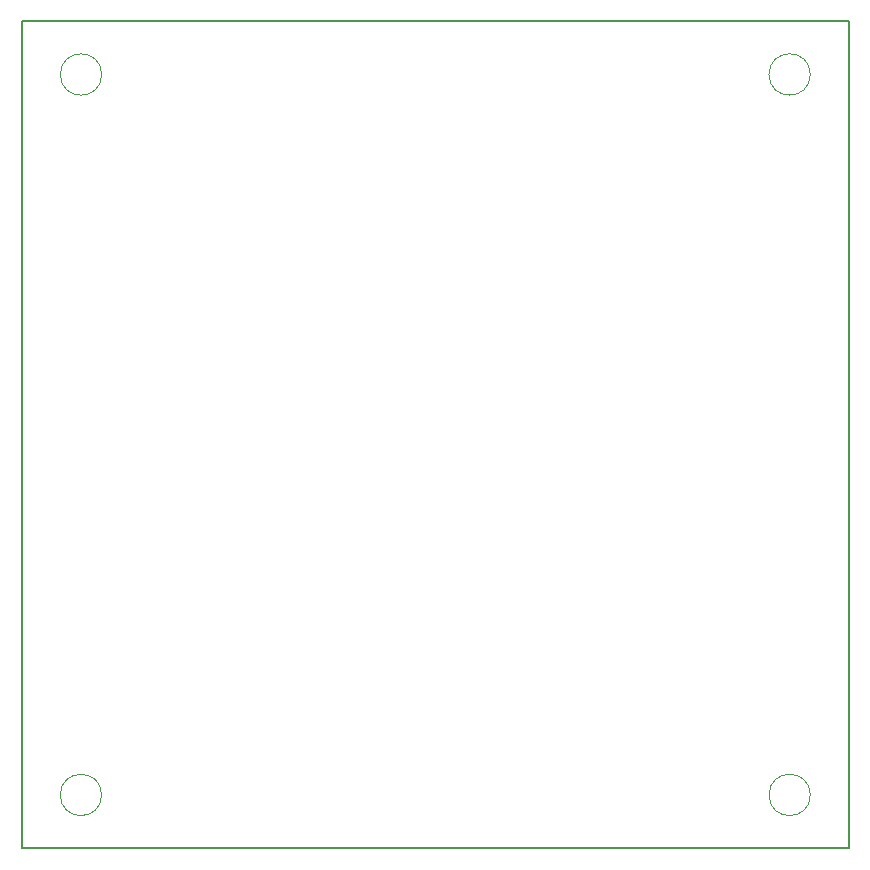
<source format=gbr>
%TF.GenerationSoftware,KiCad,Pcbnew,9.0.1*%
%TF.CreationDate,2025-04-15T15:10:41-07:00*%
%TF.ProjectId,IO:Sensor Board,494f3a53-656e-4736-9f72-20426f617264,rev?*%
%TF.SameCoordinates,Original*%
%TF.FileFunction,Profile,NP*%
%FSLAX46Y46*%
G04 Gerber Fmt 4.6, Leading zero omitted, Abs format (unit mm)*
G04 Created by KiCad (PCBNEW 9.0.1) date 2025-04-15 15:10:41*
%MOMM*%
%LPD*%
G01*
G04 APERTURE LIST*
%TA.AperFunction,Profile*%
%ADD10C,0.050000*%
%TD*%
%TA.AperFunction,Profile*%
%ADD11C,0.200000*%
%TD*%
G04 APERTURE END LIST*
D10*
X196750000Y-132000000D02*
G75*
G02*
X193250000Y-132000000I-1750000J0D01*
G01*
X193250000Y-132000000D02*
G75*
G02*
X196750000Y-132000000I1750000J0D01*
G01*
D11*
X130000000Y-66500000D02*
X200000000Y-66500000D01*
X200000000Y-136500000D01*
X130000000Y-136500000D01*
X130000000Y-66500000D01*
D10*
X196750000Y-71000000D02*
G75*
G02*
X193250000Y-71000000I-1750000J0D01*
G01*
X193250000Y-71000000D02*
G75*
G02*
X196750000Y-71000000I1750000J0D01*
G01*
X136750000Y-132000000D02*
G75*
G02*
X133250000Y-132000000I-1750000J0D01*
G01*
X133250000Y-132000000D02*
G75*
G02*
X136750000Y-132000000I1750000J0D01*
G01*
X136750000Y-71000000D02*
G75*
G02*
X133250000Y-71000000I-1750000J0D01*
G01*
X133250000Y-71000000D02*
G75*
G02*
X136750000Y-71000000I1750000J0D01*
G01*
M02*

</source>
